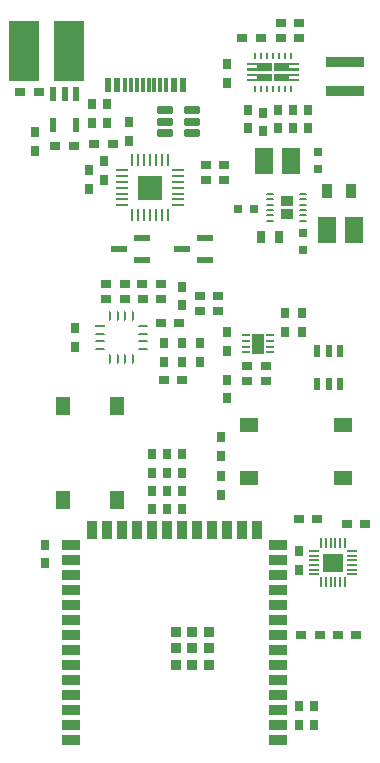
<source format=gbr>
G04*
G04 #@! TF.GenerationSoftware,Altium Limited,Altium Designer,25.2.1 (25)*
G04*
G04 Layer_Color=8421504*
%FSLAX25Y25*%
%MOIN*%
G70*
G04*
G04 #@! TF.SameCoordinates,6E7B483F-BFF1-4FB3-8246-CE29AB42D2EF*
G04*
G04*
G04 #@! TF.FilePolarity,Positive*
G04*
G01*
G75*
%ADD16R,0.04449X0.03543*%
%ADD17R,0.03150X0.03799*%
%ADD18R,0.03799X0.03150*%
%ADD19R,0.02756X0.02756*%
G04:AMPARAMS|DCode=20|XSize=23.62mil|YSize=7.87mil|CornerRadius=3.94mil|HoleSize=0mil|Usage=FLASHONLY|Rotation=0.000|XOffset=0mil|YOffset=0mil|HoleType=Round|Shape=RoundedRectangle|*
%AMROUNDEDRECTD20*
21,1,0.02362,0.00000,0,0,0.0*
21,1,0.01575,0.00787,0,0,0.0*
1,1,0.00787,0.00787,0.00000*
1,1,0.00787,-0.00787,0.00000*
1,1,0.00787,-0.00787,0.00000*
1,1,0.00787,0.00787,0.00000*
%
%ADD20ROUNDEDRECTD20*%
%ADD21R,0.03150X0.03937*%
%ADD22R,0.06122X0.09080*%
%ADD23O,0.00945X0.02362*%
%ADD24R,0.02800X0.01100*%
%ADD25R,0.03900X0.06700*%
%ADD26R,0.06100X0.05100*%
%ADD27R,0.02362X0.03937*%
%ADD28R,0.03765X0.04749*%
%ADD29R,0.05600X0.02200*%
%ADD30R,0.01063X0.03898*%
%ADD31R,0.03898X0.01063*%
%ADD32R,0.08092X0.08092*%
%ADD33R,0.05100X0.06100*%
G04:AMPARAMS|DCode=34|XSize=31.88mil|YSize=9.55mil|CornerRadius=4.77mil|HoleSize=0mil|Usage=FLASHONLY|Rotation=0.000|XOffset=0mil|YOffset=0mil|HoleType=Round|Shape=RoundedRectangle|*
%AMROUNDEDRECTD34*
21,1,0.03188,0.00000,0,0,0.0*
21,1,0.02233,0.00955,0,0,0.0*
1,1,0.00955,0.01116,0.00000*
1,1,0.00955,-0.01116,0.00000*
1,1,0.00955,-0.01116,0.00000*
1,1,0.00955,0.01116,0.00000*
%
%ADD34ROUNDEDRECTD34*%
G04:AMPARAMS|DCode=35|XSize=9.55mil|YSize=31.88mil|CornerRadius=4.77mil|HoleSize=0mil|Usage=FLASHONLY|Rotation=0.000|XOffset=0mil|YOffset=0mil|HoleType=Round|Shape=RoundedRectangle|*
%AMROUNDEDRECTD35*
21,1,0.00955,0.02233,0,0,0.0*
21,1,0.00000,0.03188,0,0,0.0*
1,1,0.00955,0.00000,-0.01116*
1,1,0.00955,0.00000,-0.01116*
1,1,0.00955,0.00000,0.01116*
1,1,0.00955,0.00000,0.01116*
%
%ADD35ROUNDEDRECTD35*%
%ADD36R,0.03188X0.00955*%
%ADD37O,0.03543X0.00787*%
%ADD38O,0.00787X0.03543*%
%ADD39R,0.06693X0.06063*%
%ADD40R,0.05906X0.03543*%
%ADD41R,0.03543X0.05906*%
%ADD42R,0.03543X0.03543*%
%ADD43R,0.02756X0.02756*%
G04:AMPARAMS|DCode=44|XSize=53.54mil|YSize=23.62mil|CornerRadius=2.95mil|HoleSize=0mil|Usage=FLASHONLY|Rotation=180.000|XOffset=0mil|YOffset=0mil|HoleType=Round|Shape=RoundedRectangle|*
%AMROUNDEDRECTD44*
21,1,0.05354,0.01772,0,0,180.0*
21,1,0.04764,0.02362,0,0,180.0*
1,1,0.00591,-0.02382,0.00886*
1,1,0.00591,0.02382,0.00886*
1,1,0.00591,0.02382,-0.00886*
1,1,0.00591,-0.02382,-0.00886*
%
%ADD44ROUNDEDRECTD44*%
%ADD45R,0.01181X0.04528*%
%ADD46R,0.02362X0.04528*%
%ADD47R,0.02200X0.05000*%
%ADD48R,0.12800X0.03400*%
%ADD49R,0.10000X0.20000*%
G36*
X32106Y106110D02*
Y103512D01*
X23839D01*
Y104299D01*
X27185D01*
Y105323D01*
X23839D01*
Y106110D01*
X32106D01*
D02*
G37*
G36*
Y102488D02*
Y99890D01*
X23839D01*
Y100677D01*
X27185D01*
Y101701D01*
X23839D01*
Y102488D01*
X32106D01*
D02*
G37*
G36*
X41161D02*
Y101701D01*
X37815D01*
Y100677D01*
X41161D01*
Y99890D01*
X32894D01*
Y102488D01*
X41161D01*
D02*
G37*
G36*
Y106110D02*
Y105323D01*
X37815D01*
Y104299D01*
X41161D01*
Y103512D01*
X32894D01*
Y106110D01*
X41161D01*
D02*
G37*
D16*
X36988Y60094D02*
D03*
X36988Y55764D02*
D03*
D17*
X-4000Y12799D02*
D03*
Y6500D02*
D03*
X2000Y12799D02*
D03*
Y6500D02*
D03*
X8000Y12799D02*
D03*
Y6500D02*
D03*
X17000Y16299D02*
D03*
Y10000D02*
D03*
Y105799D02*
D03*
Y99500D02*
D03*
X42000Y22799D02*
D03*
Y16500D02*
D03*
X2000Y-24201D02*
D03*
Y-30500D02*
D03*
X-3000Y-24201D02*
D03*
Y-30500D02*
D03*
X-8000Y-24201D02*
D03*
Y-30500D02*
D03*
X-47000Y83000D02*
D03*
Y76701D02*
D03*
X36500Y22799D02*
D03*
Y16500D02*
D03*
X17000Y500D02*
D03*
Y-5799D02*
D03*
X-8000Y-36500D02*
D03*
Y-42799D02*
D03*
X-33500Y17799D02*
D03*
Y11500D02*
D03*
X15000Y-31701D02*
D03*
Y-38000D02*
D03*
X39000Y90500D02*
D03*
Y84201D02*
D03*
X44000Y90500D02*
D03*
Y84201D02*
D03*
X-28000Y92299D02*
D03*
Y86000D02*
D03*
X-24000Y67000D02*
D03*
Y73299D02*
D03*
X-29000Y70299D02*
D03*
Y64000D02*
D03*
X2000Y31500D02*
D03*
Y25201D02*
D03*
X41000Y-56701D02*
D03*
Y-63000D02*
D03*
Y-108201D02*
D03*
Y-114500D02*
D03*
X46000Y-108201D02*
D03*
Y-114500D02*
D03*
X15000Y-18701D02*
D03*
Y-25000D02*
D03*
X34000Y90500D02*
D03*
Y84201D02*
D03*
X24000Y90500D02*
D03*
Y84201D02*
D03*
X-43500Y-54500D02*
D03*
Y-60799D02*
D03*
X-23000Y92299D02*
D03*
Y86000D02*
D03*
X-3000Y-36500D02*
D03*
Y-42799D02*
D03*
X-15500Y80000D02*
D03*
Y86299D02*
D03*
X2000Y-36500D02*
D03*
Y-42799D02*
D03*
X29000Y89500D02*
D03*
Y83201D02*
D03*
D18*
X-4000Y500D02*
D03*
X2299D02*
D03*
X-5000Y19500D02*
D03*
X1299D02*
D03*
X8000Y23500D02*
D03*
X14299D02*
D03*
X-27299Y79000D02*
D03*
X-21000D02*
D03*
X10000Y72000D02*
D03*
X16299D02*
D03*
X10000Y67000D02*
D03*
X16299D02*
D03*
X22201Y114500D02*
D03*
X28500D02*
D03*
X35000Y119500D02*
D03*
X41299D02*
D03*
X35000Y114500D02*
D03*
X41299D02*
D03*
X-23299Y27500D02*
D03*
X-17000D02*
D03*
X23701Y5000D02*
D03*
X30000D02*
D03*
X23701Y0D02*
D03*
X30000D02*
D03*
X-51799Y96500D02*
D03*
X-45500D02*
D03*
X-23299Y32500D02*
D03*
X-17000D02*
D03*
X41000Y-46000D02*
D03*
X47299D02*
D03*
X-40299Y78500D02*
D03*
X-34000D02*
D03*
X54000Y-84500D02*
D03*
X60299D02*
D03*
X41701D02*
D03*
X48000D02*
D03*
X-11299Y32500D02*
D03*
X-5000D02*
D03*
X-11000Y27500D02*
D03*
X-4701D02*
D03*
X8000Y28500D02*
D03*
X14299D02*
D03*
X57000Y-47500D02*
D03*
X63299D02*
D03*
D19*
X47500Y76256D02*
D03*
Y70744D02*
D03*
X42500Y49256D02*
D03*
Y43744D02*
D03*
D20*
Y58815D02*
D03*
Y60587D02*
D03*
Y57043D02*
D03*
Y62358D02*
D03*
Y55272D02*
D03*
Y53500D02*
D03*
X31476Y60587D02*
D03*
Y62358D02*
D03*
Y58815D02*
D03*
Y53500D02*
D03*
Y57043D02*
D03*
Y55272D02*
D03*
D21*
X34453Y48000D02*
D03*
X28547D02*
D03*
D22*
X38432Y73500D02*
D03*
X29568D02*
D03*
X59432Y50500D02*
D03*
X50568D02*
D03*
D23*
X38405Y108512D02*
D03*
X30531D02*
D03*
X34468D02*
D03*
X36437D02*
D03*
X32500D02*
D03*
X38405Y97488D02*
D03*
X30531D02*
D03*
X34468D02*
D03*
X36437D02*
D03*
X32500D02*
D03*
X26594Y108512D02*
D03*
X28563D02*
D03*
Y97488D02*
D03*
X26594D02*
D03*
D24*
X31450Y11515D02*
D03*
Y13485D02*
D03*
Y15453D02*
D03*
Y9546D02*
D03*
X23550Y11515D02*
D03*
Y13485D02*
D03*
Y15453D02*
D03*
Y9546D02*
D03*
D25*
X27500Y12500D02*
D03*
D26*
X55650Y-32358D02*
D03*
Y-14642D02*
D03*
X24350D02*
D03*
Y-32358D02*
D03*
D27*
X54740Y9913D02*
D03*
Y-913D02*
D03*
X47260Y9913D02*
D03*
X51000D02*
D03*
Y-913D02*
D03*
X47260D02*
D03*
D28*
X58535Y63500D02*
D03*
X50465D02*
D03*
D29*
X9800Y47750D02*
D03*
Y40250D02*
D03*
X2200Y44000D02*
D03*
X-11200Y47750D02*
D03*
Y40250D02*
D03*
X-18800Y44000D02*
D03*
D30*
X-2595Y73791D02*
D03*
X-4563D02*
D03*
X-6532D02*
D03*
X-8500D02*
D03*
X-10469D02*
D03*
X-12437D02*
D03*
X-14405D02*
D03*
Y55209D02*
D03*
X-12437D02*
D03*
X-10469D02*
D03*
X-8500D02*
D03*
X-6532D02*
D03*
X-4563D02*
D03*
X-2595D02*
D03*
D31*
X-17791Y70406D02*
D03*
Y68437D02*
D03*
Y66469D02*
D03*
Y64500D02*
D03*
Y62532D02*
D03*
Y60563D02*
D03*
Y58595D02*
D03*
X791D02*
D03*
Y60563D02*
D03*
Y62532D02*
D03*
Y64500D02*
D03*
Y66469D02*
D03*
Y68437D02*
D03*
Y70406D02*
D03*
D32*
X-8500Y64500D02*
D03*
D33*
X-19642Y-8350D02*
D03*
X-37358D02*
D03*
X-19642Y-39650D02*
D03*
X-37358D02*
D03*
D34*
X-10712Y18339D02*
D03*
Y13220D02*
D03*
Y15779D02*
D03*
Y10661D02*
D03*
X-25288D02*
D03*
Y13220D02*
D03*
Y15779D02*
D03*
D35*
X-19279Y21788D02*
D03*
X-16721D02*
D03*
X-21839D02*
D03*
X-14161D02*
D03*
X-16721Y7212D02*
D03*
X-19279D02*
D03*
X-14161D02*
D03*
X-21839D02*
D03*
D36*
X-25288Y18339D02*
D03*
D37*
X58925Y-58138D02*
D03*
Y-56563D02*
D03*
Y-61287D02*
D03*
Y-62862D02*
D03*
Y-59713D02*
D03*
Y-64437D02*
D03*
X46075Y-62862D02*
D03*
Y-56563D02*
D03*
Y-59713D02*
D03*
Y-61287D02*
D03*
Y-58138D02*
D03*
Y-64437D02*
D03*
D38*
X53287Y-54075D02*
D03*
X54862D02*
D03*
X51713D02*
D03*
X56437D02*
D03*
X53287Y-66925D02*
D03*
X51713D02*
D03*
X56437D02*
D03*
X54862D02*
D03*
X48563Y-54075D02*
D03*
X50138D02*
D03*
X48563Y-66925D02*
D03*
X50138D02*
D03*
D39*
X52500Y-60500D02*
D03*
D40*
X34095Y-54469D02*
D03*
Y-59469D02*
D03*
Y-79469D02*
D03*
Y-74468D02*
D03*
Y-84469D02*
D03*
Y-64468D02*
D03*
Y-69468D02*
D03*
Y-109468D02*
D03*
Y-104469D02*
D03*
Y-94468D02*
D03*
Y-99468D02*
D03*
Y-114469D02*
D03*
Y-119468D02*
D03*
Y-89468D02*
D03*
X-34803Y-64468D02*
D03*
Y-69468D02*
D03*
Y-54469D02*
D03*
Y-59469D02*
D03*
Y-84469D02*
D03*
Y-89468D02*
D03*
Y-74468D02*
D03*
Y-79469D02*
D03*
Y-119468D02*
D03*
Y-104469D02*
D03*
Y-99468D02*
D03*
Y-94468D02*
D03*
Y-109468D02*
D03*
Y-114469D02*
D03*
D41*
X27146Y-49547D02*
D03*
X17146D02*
D03*
X12146D02*
D03*
X22146D02*
D03*
X2146D02*
D03*
X7146D02*
D03*
X-17854D02*
D03*
X-22854D02*
D03*
X-12854D02*
D03*
X-27854D02*
D03*
X-7854D02*
D03*
X-2854D02*
D03*
D42*
X5551Y-83563D02*
D03*
X11063D02*
D03*
X39D02*
D03*
Y-89075D02*
D03*
X11063D02*
D03*
X5551D02*
D03*
X39Y-94587D02*
D03*
X5551D02*
D03*
X11063D02*
D03*
D43*
X26256Y57500D02*
D03*
X20744D02*
D03*
D44*
X5626Y86500D02*
D03*
Y90240D02*
D03*
Y82760D02*
D03*
X-3626D02*
D03*
Y90240D02*
D03*
Y86500D02*
D03*
D45*
X-12953Y98779D02*
D03*
X-9016D02*
D03*
X-10984D02*
D03*
X-5079D02*
D03*
X-7047D02*
D03*
X-3110D02*
D03*
X-16890D02*
D03*
X-14921D02*
D03*
D46*
X2598D02*
D03*
X-551D02*
D03*
X-19449D02*
D03*
X-22598D02*
D03*
D47*
X-33300Y95600D02*
D03*
Y85400D02*
D03*
X-40700Y95600D02*
D03*
X-37000D02*
D03*
X-40700Y85400D02*
D03*
D48*
X56500Y96700D02*
D03*
Y106300D02*
D03*
D49*
X-35500Y110000D02*
D03*
X-50500D02*
D03*
M02*

</source>
